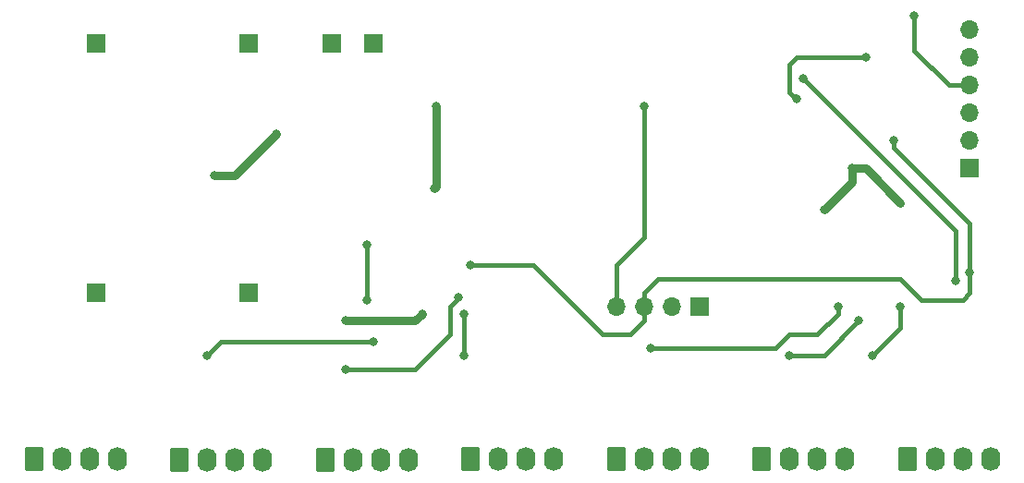
<source format=gbr>
%TF.GenerationSoftware,KiCad,Pcbnew,6.0.11+dfsg-1*%
%TF.CreationDate,2023-10-20T18:47:01+02:00*%
%TF.ProjectId,5x100A,35783130-3041-42e6-9b69-6361645f7063,rev?*%
%TF.SameCoordinates,Original*%
%TF.FileFunction,Copper,L2,Bot*%
%TF.FilePolarity,Positive*%
%FSLAX46Y46*%
G04 Gerber Fmt 4.6, Leading zero omitted, Abs format (unit mm)*
G04 Created by KiCad (PCBNEW 6.0.11+dfsg-1) date 2023-10-20 18:47:01*
%MOMM*%
%LPD*%
G01*
G04 APERTURE LIST*
G04 Aperture macros list*
%AMRoundRect*
0 Rectangle with rounded corners*
0 $1 Rounding radius*
0 $2 $3 $4 $5 $6 $7 $8 $9 X,Y pos of 4 corners*
0 Add a 4 corners polygon primitive as box body*
4,1,4,$2,$3,$4,$5,$6,$7,$8,$9,$2,$3,0*
0 Add four circle primitives for the rounded corners*
1,1,$1+$1,$2,$3*
1,1,$1+$1,$4,$5*
1,1,$1+$1,$6,$7*
1,1,$1+$1,$8,$9*
0 Add four rect primitives between the rounded corners*
20,1,$1+$1,$2,$3,$4,$5,0*
20,1,$1+$1,$4,$5,$6,$7,0*
20,1,$1+$1,$6,$7,$8,$9,0*
20,1,$1+$1,$8,$9,$2,$3,0*%
G04 Aperture macros list end*
%TA.AperFunction,ComponentPad*%
%ADD10R,1.700000X1.700000*%
%TD*%
%TA.AperFunction,ComponentPad*%
%ADD11O,1.700000X1.700000*%
%TD*%
%TA.AperFunction,ComponentPad*%
%ADD12RoundRect,0.250000X-0.620000X-0.845000X0.620000X-0.845000X0.620000X0.845000X-0.620000X0.845000X0*%
%TD*%
%TA.AperFunction,ComponentPad*%
%ADD13O,1.740000X2.190000*%
%TD*%
%TA.AperFunction,ViaPad*%
%ADD14C,0.800000*%
%TD*%
%TA.AperFunction,Conductor*%
%ADD15C,0.381000*%
%TD*%
%TA.AperFunction,Conductor*%
%ADD16C,0.762000*%
%TD*%
G04 APERTURE END LIST*
D10*
%TO.P,J13,1,Pin_1*%
%TO.N,GND*%
X161290000Y-100330000D03*
D11*
%TO.P,J13,2,Pin_2*%
%TO.N,unconnected-(J13-Pad2)*%
X161290000Y-97790000D03*
%TO.P,J13,3,Pin_3*%
%TO.N,/TxD*%
X161290000Y-95250000D03*
%TO.P,J13,4,Pin_4*%
%TO.N,/RST*%
X161290000Y-92710000D03*
%TO.P,J13,5,Pin_5*%
%TO.N,/GPIO0*%
X161290000Y-90170000D03*
%TO.P,J13,6,Pin_6*%
%TO.N,/RxD*%
X161290000Y-87630000D03*
%TD*%
D10*
%TO.P,J4,1,Pin_1*%
%TO.N,GND*%
X95250000Y-111760000D03*
%TD*%
D12*
%TO.P,J9,1,Pin_1*%
%TO.N,+5V*%
X115570000Y-127000000D03*
D13*
%TO.P,J9,2,Pin_2*%
%TO.N,GND*%
X118110000Y-127000000D03*
%TO.P,J9,3,Pin_3*%
%TO.N,Net-(J9-Pad3)*%
X120650000Y-127000000D03*
%TO.P,J9,4,Pin_4*%
%TO.N,unconnected-(J9-Pad4)*%
X123190000Y-127000000D03*
%TD*%
D12*
%TO.P,J11,1,Pin_1*%
%TO.N,+5V*%
X155575000Y-127000000D03*
D13*
%TO.P,J11,2,Pin_2*%
%TO.N,GND*%
X158115000Y-127000000D03*
%TO.P,J11,3,Pin_3*%
%TO.N,Net-(J11-Pad3)*%
X160655000Y-127000000D03*
%TO.P,J11,4,Pin_4*%
%TO.N,unconnected-(J11-Pad4)*%
X163195000Y-127000000D03*
%TD*%
D10*
%TO.P,J8,1,Pin_1*%
%TO.N,GND*%
X136515000Y-113030000D03*
D11*
%TO.P,J8,2,Pin_2*%
%TO.N,+3V3*%
X133975000Y-113030000D03*
%TO.P,J8,3,Pin_3*%
%TO.N,/SCL*%
X131435000Y-113030000D03*
%TO.P,J8,4,Pin_4*%
%TO.N,/SDA*%
X128895000Y-113030000D03*
%TD*%
D12*
%TO.P,J12,1,Pin_1*%
%TO.N,+5V*%
X142240000Y-127000000D03*
D13*
%TO.P,J12,2,Pin_2*%
%TO.N,GND*%
X144780000Y-127000000D03*
%TO.P,J12,3,Pin_3*%
%TO.N,Net-(J12-Pad3)*%
X147320000Y-127000000D03*
%TO.P,J12,4,Pin_4*%
%TO.N,unconnected-(J12-Pad4)*%
X149860000Y-127000000D03*
%TD*%
D10*
%TO.P,J2,1,Pin_1*%
%TO.N,Net-(J15-Pad1)*%
X102870000Y-88900000D03*
%TD*%
D12*
%TO.P,J10,1,Pin_1*%
%TO.N,+5V*%
X128905000Y-127000000D03*
D13*
%TO.P,J10,2,Pin_2*%
%TO.N,GND*%
X131445000Y-127000000D03*
%TO.P,J10,3,Pin_3*%
%TO.N,Net-(J10-Pad3)*%
X133985000Y-127000000D03*
%TO.P,J10,4,Pin_4*%
%TO.N,unconnected-(J10-Pad4)*%
X136525000Y-127000000D03*
%TD*%
D10*
%TO.P,J14,1,Pin_1*%
%TO.N,+12V*%
X106680000Y-88900000D03*
%TD*%
%TO.P,J15,1,Pin_1*%
%TO.N,Net-(J15-Pad1)*%
X95250000Y-88900000D03*
%TD*%
D12*
%TO.P,J5,1,Pin_1*%
%TO.N,+5V*%
X75565000Y-127000000D03*
D13*
%TO.P,J5,2,Pin_2*%
%TO.N,GND*%
X78105000Y-127000000D03*
%TO.P,J5,3,Pin_3*%
%TO.N,Net-(J5-Pad3)*%
X80645000Y-127000000D03*
%TO.P,J5,4,Pin_4*%
%TO.N,unconnected-(J5-Pad4)*%
X83185000Y-127000000D03*
%TD*%
D12*
%TO.P,J7,1,Pin_1*%
%TO.N,+5V*%
X102235000Y-127020000D03*
D13*
%TO.P,J7,2,Pin_2*%
%TO.N,GND*%
X104775000Y-127020000D03*
%TO.P,J7,3,Pin_3*%
%TO.N,Net-(J7-Pad3)*%
X107315000Y-127020000D03*
%TO.P,J7,4,Pin_4*%
%TO.N,unconnected-(J7-Pad4)*%
X109855000Y-127020000D03*
%TD*%
D10*
%TO.P,J3,1,Pin_1*%
%TO.N,+5V*%
X81280000Y-111760000D03*
%TD*%
D12*
%TO.P,J6,1,Pin_1*%
%TO.N,+5V*%
X88900000Y-127020000D03*
D13*
%TO.P,J6,2,Pin_2*%
%TO.N,GND*%
X91440000Y-127020000D03*
%TO.P,J6,3,Pin_3*%
%TO.N,Net-(J6-Pad3)*%
X93980000Y-127020000D03*
%TO.P,J6,4,Pin_4*%
%TO.N,unconnected-(J6-Pad4)*%
X96520000Y-127020000D03*
%TD*%
D10*
%TO.P,J1,1,Pin_1*%
%TO.N,+12V*%
X81280000Y-88900000D03*
%TD*%
D14*
%TO.N,/SDA*%
X131445000Y-94615000D03*
%TO.N,+3V3*%
X147955000Y-104140000D03*
X154940000Y-103505000D03*
X150495000Y-100330000D03*
X111125000Y-113665000D03*
X104140000Y-114300000D03*
%TO.N,/Ain2*%
X104140000Y-118745000D03*
%TO.N,GND*%
X112395000Y-94615000D03*
X112285000Y-102125000D03*
%TO.N,+5V*%
X97790000Y-97155000D03*
X92075000Y-100965000D03*
%TO.N,/Ain0*%
X106045000Y-107315000D03*
X106045000Y-112395000D03*
%TO.N,/Ain1*%
X91440000Y-117475000D03*
X106680000Y-116205000D03*
%TO.N,/Ain2*%
X114460933Y-112177443D03*
%TO.N,/Ain3*%
X114935000Y-117475000D03*
X114935000Y-113665000D03*
%TO.N,/Ain4*%
X149225000Y-113030000D03*
X132080000Y-116840000D03*
%TO.N,/Ain5*%
X144780000Y-117475000D03*
X151130000Y-114300000D03*
%TO.N,/SDA*%
X160020000Y-110643120D03*
X146050000Y-92075000D03*
%TO.N,/SCL*%
X115570000Y-109220000D03*
X154305000Y-97790000D03*
X161290000Y-109855000D03*
%TO.N,/Ain7*%
X152400000Y-117475000D03*
X154940000Y-113030000D03*
%TO.N,/RST*%
X156210000Y-86360000D03*
%TO.N,/GPIO0*%
X151765000Y-90170000D03*
X145415000Y-93980000D03*
%TD*%
D15*
%TO.N,/SCL*%
X154940000Y-110490000D02*
X132715000Y-110490000D01*
X160655000Y-112395000D02*
X156845000Y-112395000D01*
X161290000Y-109855000D02*
X161290000Y-111760000D01*
X156845000Y-112395000D02*
X154940000Y-110490000D01*
X161290000Y-111760000D02*
X160655000Y-112395000D01*
X132715000Y-110490000D02*
X131435000Y-111770000D01*
X131435000Y-111770000D02*
X131435000Y-113030000D01*
%TO.N,/SDA*%
X128895000Y-109230000D02*
X128895000Y-113030000D01*
X131445000Y-94615000D02*
X131445000Y-106680000D01*
X131445000Y-106680000D02*
X128895000Y-109230000D01*
%TO.N,/SCL*%
X127635000Y-115570000D02*
X130175000Y-115570000D01*
X115570000Y-109220000D02*
X121285000Y-109220000D01*
X121285000Y-109220000D02*
X127635000Y-115570000D01*
X130175000Y-115570000D02*
X131435000Y-114310000D01*
X131435000Y-114310000D02*
X131435000Y-113030000D01*
D16*
%TO.N,+3V3*%
X147955000Y-104140000D02*
X150495000Y-101600000D01*
X150495000Y-101600000D02*
X150495000Y-100330000D01*
X151765000Y-100330000D02*
X154940000Y-103505000D01*
X150495000Y-100330000D02*
X151765000Y-100330000D01*
X110490000Y-114300000D02*
X111125000Y-113665000D01*
X104140000Y-114300000D02*
X110490000Y-114300000D01*
D15*
%TO.N,/Ain1*%
X91440000Y-117475000D02*
X92710000Y-116205000D01*
X92710000Y-116205000D02*
X106680000Y-116205000D01*
%TO.N,/Ain2*%
X104140000Y-118745000D02*
X110490000Y-118745000D01*
X110490000Y-118745000D02*
X111760000Y-117475000D01*
D16*
%TO.N,GND*%
X112395000Y-102015000D02*
X112285000Y-102125000D01*
X112395000Y-94615000D02*
X112395000Y-102015000D01*
%TO.N,+5V*%
X93980000Y-100965000D02*
X97790000Y-97155000D01*
X92075000Y-100965000D02*
X93980000Y-100965000D01*
D15*
%TO.N,/Ain0*%
X106045000Y-107315000D02*
X106045000Y-112395000D01*
%TO.N,/Ain2*%
X114460933Y-112177443D02*
X114460933Y-112234067D01*
X114460933Y-112234067D02*
X113665000Y-113030000D01*
X113665000Y-113030000D02*
X113665000Y-115570000D01*
X113665000Y-115570000D02*
X111760000Y-117475000D01*
%TO.N,/Ain3*%
X114935000Y-117475000D02*
X114935000Y-113665000D01*
%TO.N,/Ain4*%
X147320000Y-115570000D02*
X149225000Y-113665000D01*
X149225000Y-113665000D02*
X149225000Y-113030000D01*
X143510000Y-116840000D02*
X144780000Y-115570000D01*
X132080000Y-116840000D02*
X142875000Y-116840000D01*
X142875000Y-116840000D02*
X143510000Y-116840000D01*
X144780000Y-115570000D02*
X147320000Y-115570000D01*
%TO.N,/Ain7*%
X152400000Y-117475000D02*
X154940000Y-114935000D01*
X154940000Y-114935000D02*
X154940000Y-113030000D01*
%TO.N,/Ain5*%
X147955000Y-117475000D02*
X151130000Y-114300000D01*
X144780000Y-117475000D02*
X147955000Y-117475000D01*
%TO.N,/SDA*%
X146050000Y-92075000D02*
X160020000Y-106045000D01*
X160020000Y-106045000D02*
X160020000Y-110643120D01*
%TO.N,/GPIO0*%
X151765000Y-90170000D02*
X145415000Y-90170000D01*
X145415000Y-90170000D02*
X144780000Y-90805000D01*
X144780000Y-90805000D02*
X144780000Y-93345000D01*
X144780000Y-93345000D02*
X145415000Y-93980000D01*
%TO.N,/SCL*%
X161290000Y-105410000D02*
X154305000Y-98425000D01*
X154305000Y-98425000D02*
X154305000Y-97790000D01*
X161290000Y-105410000D02*
X161290000Y-109855000D01*
%TO.N,/RST*%
X156210000Y-86360000D02*
X156210000Y-89535000D01*
X159385000Y-92710000D02*
X161290000Y-92710000D01*
X156210000Y-89535000D02*
X159385000Y-92710000D01*
%TD*%
M02*

</source>
